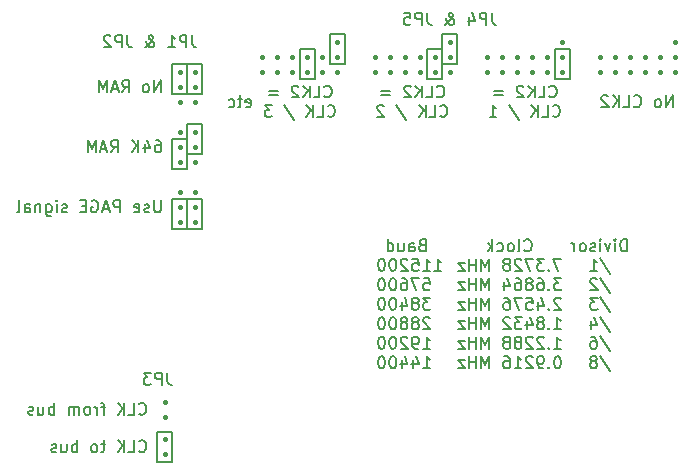
<source format=gbr>
%TF.GenerationSoftware,KiCad,Pcbnew,(5.1.6)-1*%
%TF.CreationDate,2020-11-25T01:46:52-08:00*%
%TF.ProjectId,rc-z80ram,72632d7a-3830-4726-916d-2e6b69636164,rev?*%
%TF.SameCoordinates,PX9157080PY9071968*%
%TF.FileFunction,Legend,Bot*%
%TF.FilePolarity,Positive*%
%FSLAX46Y46*%
G04 Gerber Fmt 4.6, Leading zero omitted, Abs format (unit mm)*
G04 Created by KiCad (PCBNEW (5.1.6)-1) date 2020-11-25 01:46:52*
%MOMM*%
%LPD*%
G01*
G04 APERTURE LIST*
%ADD10C,0.150000*%
%ADD11C,0.381000*%
G04 APERTURE END LIST*
D10*
X20843809Y34850439D02*
X20939047Y34802820D01*
X21129523Y34802820D01*
X21224761Y34850439D01*
X21272380Y34945677D01*
X21272380Y35326629D01*
X21224761Y35421867D01*
X21129523Y35469486D01*
X20939047Y35469486D01*
X20843809Y35421867D01*
X20796190Y35326629D01*
X20796190Y35231391D01*
X21272380Y35136153D01*
X20510476Y35469486D02*
X20129523Y35469486D01*
X20367619Y35802820D02*
X20367619Y34945677D01*
X20320000Y34850439D01*
X20224761Y34802820D01*
X20129523Y34802820D01*
X19367619Y34850439D02*
X19462857Y34802820D01*
X19653333Y34802820D01*
X19748571Y34850439D01*
X19796190Y34898058D01*
X19843809Y34993296D01*
X19843809Y35279010D01*
X19796190Y35374248D01*
X19748571Y35421867D01*
X19653333Y35469486D01*
X19462857Y35469486D01*
X19367619Y35421867D01*
X14168333Y12307820D02*
X14168333Y11593534D01*
X14215952Y11450677D01*
X14311190Y11355439D01*
X14454047Y11307820D01*
X14549285Y11307820D01*
X13692142Y11307820D02*
X13692142Y12307820D01*
X13311190Y12307820D01*
X13215952Y12260200D01*
X13168333Y12212581D01*
X13120714Y12117343D01*
X13120714Y11974486D01*
X13168333Y11879248D01*
X13215952Y11831629D01*
X13311190Y11784010D01*
X13692142Y11784010D01*
X12787380Y12307820D02*
X12168333Y12307820D01*
X12501666Y11926867D01*
X12358809Y11926867D01*
X12263571Y11879248D01*
X12215952Y11831629D01*
X12168333Y11736391D01*
X12168333Y11498296D01*
X12215952Y11403058D01*
X12263571Y11355439D01*
X12358809Y11307820D01*
X12644523Y11307820D01*
X12739761Y11355439D01*
X12787380Y11403058D01*
X11792976Y5688058D02*
X11840595Y5640439D01*
X11983452Y5592820D01*
X12078690Y5592820D01*
X12221547Y5640439D01*
X12316785Y5735677D01*
X12364404Y5830915D01*
X12412023Y6021391D01*
X12412023Y6164248D01*
X12364404Y6354724D01*
X12316785Y6449962D01*
X12221547Y6545200D01*
X12078690Y6592820D01*
X11983452Y6592820D01*
X11840595Y6545200D01*
X11792976Y6497581D01*
X10888214Y5592820D02*
X11364404Y5592820D01*
X11364404Y6592820D01*
X10554880Y5592820D02*
X10554880Y6592820D01*
X9983452Y5592820D02*
X10412023Y6164248D01*
X9983452Y6592820D02*
X10554880Y6021391D01*
X8935833Y6259486D02*
X8554880Y6259486D01*
X8792976Y6592820D02*
X8792976Y5735677D01*
X8745357Y5640439D01*
X8650119Y5592820D01*
X8554880Y5592820D01*
X8078690Y5592820D02*
X8173928Y5640439D01*
X8221547Y5688058D01*
X8269166Y5783296D01*
X8269166Y6069010D01*
X8221547Y6164248D01*
X8173928Y6211867D01*
X8078690Y6259486D01*
X7935833Y6259486D01*
X7840595Y6211867D01*
X7792976Y6164248D01*
X7745357Y6069010D01*
X7745357Y5783296D01*
X7792976Y5688058D01*
X7840595Y5640439D01*
X7935833Y5592820D01*
X8078690Y5592820D01*
X6554880Y5592820D02*
X6554880Y6592820D01*
X6554880Y6211867D02*
X6459642Y6259486D01*
X6269166Y6259486D01*
X6173928Y6211867D01*
X6126309Y6164248D01*
X6078690Y6069010D01*
X6078690Y5783296D01*
X6126309Y5688058D01*
X6173928Y5640439D01*
X6269166Y5592820D01*
X6459642Y5592820D01*
X6554880Y5640439D01*
X5221547Y6259486D02*
X5221547Y5592820D01*
X5650119Y6259486D02*
X5650119Y5735677D01*
X5602500Y5640439D01*
X5507261Y5592820D01*
X5364404Y5592820D01*
X5269166Y5640439D01*
X5221547Y5688058D01*
X4792976Y5640439D02*
X4697738Y5592820D01*
X4507261Y5592820D01*
X4412023Y5640439D01*
X4364404Y5735677D01*
X4364404Y5783296D01*
X4412023Y5878534D01*
X4507261Y5926153D01*
X4650119Y5926153D01*
X4745357Y5973772D01*
X4792976Y6069010D01*
X4792976Y6116629D01*
X4745357Y6211867D01*
X4650119Y6259486D01*
X4507261Y6259486D01*
X4412023Y6211867D01*
X11792976Y8863058D02*
X11840595Y8815439D01*
X11983452Y8767820D01*
X12078690Y8767820D01*
X12221547Y8815439D01*
X12316785Y8910677D01*
X12364404Y9005915D01*
X12412023Y9196391D01*
X12412023Y9339248D01*
X12364404Y9529724D01*
X12316785Y9624962D01*
X12221547Y9720200D01*
X12078690Y9767820D01*
X11983452Y9767820D01*
X11840595Y9720200D01*
X11792976Y9672581D01*
X10888214Y8767820D02*
X11364404Y8767820D01*
X11364404Y9767820D01*
X10554880Y8767820D02*
X10554880Y9767820D01*
X9983452Y8767820D02*
X10412023Y9339248D01*
X9983452Y9767820D02*
X10554880Y9196391D01*
X8935833Y9434486D02*
X8554880Y9434486D01*
X8792976Y8767820D02*
X8792976Y9624962D01*
X8745357Y9720200D01*
X8650119Y9767820D01*
X8554880Y9767820D01*
X8221547Y8767820D02*
X8221547Y9434486D01*
X8221547Y9244010D02*
X8173928Y9339248D01*
X8126309Y9386867D01*
X8031071Y9434486D01*
X7935833Y9434486D01*
X7459642Y8767820D02*
X7554880Y8815439D01*
X7602500Y8863058D01*
X7650119Y8958296D01*
X7650119Y9244010D01*
X7602500Y9339248D01*
X7554880Y9386867D01*
X7459642Y9434486D01*
X7316785Y9434486D01*
X7221547Y9386867D01*
X7173928Y9339248D01*
X7126309Y9244010D01*
X7126309Y8958296D01*
X7173928Y8863058D01*
X7221547Y8815439D01*
X7316785Y8767820D01*
X7459642Y8767820D01*
X6697738Y8767820D02*
X6697738Y9434486D01*
X6697738Y9339248D02*
X6650119Y9386867D01*
X6554880Y9434486D01*
X6412023Y9434486D01*
X6316785Y9386867D01*
X6269166Y9291629D01*
X6269166Y8767820D01*
X6269166Y9291629D02*
X6221547Y9386867D01*
X6126309Y9434486D01*
X5983452Y9434486D01*
X5888214Y9386867D01*
X5840595Y9291629D01*
X5840595Y8767820D01*
X4602500Y8767820D02*
X4602500Y9767820D01*
X4602500Y9386867D02*
X4507261Y9434486D01*
X4316785Y9434486D01*
X4221547Y9386867D01*
X4173928Y9339248D01*
X4126309Y9244010D01*
X4126309Y8958296D01*
X4173928Y8863058D01*
X4221547Y8815439D01*
X4316785Y8767820D01*
X4507261Y8767820D01*
X4602500Y8815439D01*
X3269166Y9434486D02*
X3269166Y8767820D01*
X3697738Y9434486D02*
X3697738Y8910677D01*
X3650119Y8815439D01*
X3554880Y8767820D01*
X3412023Y8767820D01*
X3316785Y8815439D01*
X3269166Y8863058D01*
X2840595Y8815439D02*
X2745357Y8767820D01*
X2554880Y8767820D01*
X2459642Y8815439D01*
X2412023Y8910677D01*
X2412023Y8958296D01*
X2459642Y9053534D01*
X2554880Y9101153D01*
X2697738Y9101153D01*
X2792976Y9148772D01*
X2840595Y9244010D01*
X2840595Y9291629D01*
X2792976Y9386867D01*
X2697738Y9434486D01*
X2554880Y9434486D01*
X2459642Y9386867D01*
X27471428Y35723058D02*
X27519047Y35675439D01*
X27661904Y35627820D01*
X27757142Y35627820D01*
X27900000Y35675439D01*
X27995238Y35770677D01*
X28042857Y35865915D01*
X28090476Y36056391D01*
X28090476Y36199248D01*
X28042857Y36389724D01*
X27995238Y36484962D01*
X27900000Y36580200D01*
X27757142Y36627820D01*
X27661904Y36627820D01*
X27519047Y36580200D01*
X27471428Y36532581D01*
X26566666Y35627820D02*
X27042857Y35627820D01*
X27042857Y36627820D01*
X26233333Y35627820D02*
X26233333Y36627820D01*
X25661904Y35627820D02*
X26090476Y36199248D01*
X25661904Y36627820D02*
X26233333Y36056391D01*
X25280952Y36532581D02*
X25233333Y36580200D01*
X25138095Y36627820D01*
X24900000Y36627820D01*
X24804761Y36580200D01*
X24757142Y36532581D01*
X24709523Y36437343D01*
X24709523Y36342105D01*
X24757142Y36199248D01*
X25328571Y35627820D01*
X24709523Y35627820D01*
X23519047Y36151629D02*
X22757142Y36151629D01*
X22757142Y35865915D02*
X23519047Y35865915D01*
X27757142Y34073058D02*
X27804761Y34025439D01*
X27947619Y33977820D01*
X28042857Y33977820D01*
X28185714Y34025439D01*
X28280952Y34120677D01*
X28328571Y34215915D01*
X28376190Y34406391D01*
X28376190Y34549248D01*
X28328571Y34739724D01*
X28280952Y34834962D01*
X28185714Y34930200D01*
X28042857Y34977820D01*
X27947619Y34977820D01*
X27804761Y34930200D01*
X27757142Y34882581D01*
X26852380Y33977820D02*
X27328571Y33977820D01*
X27328571Y34977820D01*
X26519047Y33977820D02*
X26519047Y34977820D01*
X25947619Y33977820D02*
X26376190Y34549248D01*
X25947619Y34977820D02*
X26519047Y34406391D01*
X24042857Y35025439D02*
X24900000Y33739724D01*
X23042857Y34977820D02*
X22423809Y34977820D01*
X22757142Y34596867D01*
X22614285Y34596867D01*
X22519047Y34549248D01*
X22471428Y34501629D01*
X22423809Y34406391D01*
X22423809Y34168296D01*
X22471428Y34073058D01*
X22519047Y34025439D01*
X22614285Y33977820D01*
X22900000Y33977820D01*
X22995238Y34025439D01*
X23042857Y34073058D01*
X25400000Y39700200D02*
X26670000Y39700200D01*
X26670000Y37160200D02*
X25400000Y37160200D01*
X26670000Y39700200D02*
X26670000Y37160200D01*
X25400000Y37160200D02*
X25400000Y39700200D01*
X13335000Y7315200D02*
X14605000Y7315200D01*
X14605000Y4775200D02*
X13335000Y4775200D01*
D11*
X13970000Y9855073D02*
X13970000Y9854819D01*
D10*
X14605000Y7315200D02*
X14605000Y4775200D01*
X13335000Y4775200D02*
X13335000Y7315200D01*
D11*
X13970000Y8585454D02*
X13970000Y8585200D01*
X13970000Y6680454D02*
X13970000Y6680200D01*
X13970000Y5410073D02*
X13970000Y5409819D01*
D10*
X36996428Y35723058D02*
X37044047Y35675439D01*
X37186904Y35627820D01*
X37282142Y35627820D01*
X37425000Y35675439D01*
X37520238Y35770677D01*
X37567857Y35865915D01*
X37615476Y36056391D01*
X37615476Y36199248D01*
X37567857Y36389724D01*
X37520238Y36484962D01*
X37425000Y36580200D01*
X37282142Y36627820D01*
X37186904Y36627820D01*
X37044047Y36580200D01*
X36996428Y36532581D01*
X36091666Y35627820D02*
X36567857Y35627820D01*
X36567857Y36627820D01*
X35758333Y35627820D02*
X35758333Y36627820D01*
X35186904Y35627820D02*
X35615476Y36199248D01*
X35186904Y36627820D02*
X35758333Y36056391D01*
X34805952Y36532581D02*
X34758333Y36580200D01*
X34663095Y36627820D01*
X34425000Y36627820D01*
X34329761Y36580200D01*
X34282142Y36532581D01*
X34234523Y36437343D01*
X34234523Y36342105D01*
X34282142Y36199248D01*
X34853571Y35627820D01*
X34234523Y35627820D01*
X33044047Y36151629D02*
X32282142Y36151629D01*
X32282142Y35865915D02*
X33044047Y35865915D01*
X37282142Y34073058D02*
X37329761Y34025439D01*
X37472619Y33977820D01*
X37567857Y33977820D01*
X37710714Y34025439D01*
X37805952Y34120677D01*
X37853571Y34215915D01*
X37901190Y34406391D01*
X37901190Y34549248D01*
X37853571Y34739724D01*
X37805952Y34834962D01*
X37710714Y34930200D01*
X37567857Y34977820D01*
X37472619Y34977820D01*
X37329761Y34930200D01*
X37282142Y34882581D01*
X36377380Y33977820D02*
X36853571Y33977820D01*
X36853571Y34977820D01*
X36044047Y33977820D02*
X36044047Y34977820D01*
X35472619Y33977820D02*
X35901190Y34549248D01*
X35472619Y34977820D02*
X36044047Y34406391D01*
X33567857Y35025439D02*
X34425000Y33739724D01*
X32520238Y34882581D02*
X32472619Y34930200D01*
X32377380Y34977820D01*
X32139285Y34977820D01*
X32044047Y34930200D01*
X31996428Y34882581D01*
X31948809Y34787343D01*
X31948809Y34692105D01*
X31996428Y34549248D01*
X32567857Y33977820D01*
X31948809Y33977820D01*
X46521428Y35723058D02*
X46569047Y35675439D01*
X46711904Y35627820D01*
X46807142Y35627820D01*
X46950000Y35675439D01*
X47045238Y35770677D01*
X47092857Y35865915D01*
X47140476Y36056391D01*
X47140476Y36199248D01*
X47092857Y36389724D01*
X47045238Y36484962D01*
X46950000Y36580200D01*
X46807142Y36627820D01*
X46711904Y36627820D01*
X46569047Y36580200D01*
X46521428Y36532581D01*
X45616666Y35627820D02*
X46092857Y35627820D01*
X46092857Y36627820D01*
X45283333Y35627820D02*
X45283333Y36627820D01*
X44711904Y35627820D02*
X45140476Y36199248D01*
X44711904Y36627820D02*
X45283333Y36056391D01*
X44330952Y36532581D02*
X44283333Y36580200D01*
X44188095Y36627820D01*
X43950000Y36627820D01*
X43854761Y36580200D01*
X43807142Y36532581D01*
X43759523Y36437343D01*
X43759523Y36342105D01*
X43807142Y36199248D01*
X44378571Y35627820D01*
X43759523Y35627820D01*
X42569047Y36151629D02*
X41807142Y36151629D01*
X41807142Y35865915D02*
X42569047Y35865915D01*
X46807142Y34073058D02*
X46854761Y34025439D01*
X46997619Y33977820D01*
X47092857Y33977820D01*
X47235714Y34025439D01*
X47330952Y34120677D01*
X47378571Y34215915D01*
X47426190Y34406391D01*
X47426190Y34549248D01*
X47378571Y34739724D01*
X47330952Y34834962D01*
X47235714Y34930200D01*
X47092857Y34977820D01*
X46997619Y34977820D01*
X46854761Y34930200D01*
X46807142Y34882581D01*
X45902380Y33977820D02*
X46378571Y33977820D01*
X46378571Y34977820D01*
X45569047Y33977820D02*
X45569047Y34977820D01*
X44997619Y33977820D02*
X45426190Y34549248D01*
X44997619Y34977820D02*
X45569047Y34406391D01*
X43092857Y35025439D02*
X43950000Y33739724D01*
X41473809Y33977820D02*
X42045238Y33977820D01*
X41759523Y33977820D02*
X41759523Y34977820D01*
X41854761Y34834962D01*
X41950000Y34739724D01*
X42045238Y34692105D01*
X56975000Y34802820D02*
X56975000Y35802820D01*
X56403571Y34802820D01*
X56403571Y35802820D01*
X55784523Y34802820D02*
X55879761Y34850439D01*
X55927380Y34898058D01*
X55975000Y34993296D01*
X55975000Y35279010D01*
X55927380Y35374248D01*
X55879761Y35421867D01*
X55784523Y35469486D01*
X55641666Y35469486D01*
X55546428Y35421867D01*
X55498809Y35374248D01*
X55451190Y35279010D01*
X55451190Y34993296D01*
X55498809Y34898058D01*
X55546428Y34850439D01*
X55641666Y34802820D01*
X55784523Y34802820D01*
X53689285Y34898058D02*
X53736904Y34850439D01*
X53879761Y34802820D01*
X53975000Y34802820D01*
X54117857Y34850439D01*
X54213095Y34945677D01*
X54260714Y35040915D01*
X54308333Y35231391D01*
X54308333Y35374248D01*
X54260714Y35564724D01*
X54213095Y35659962D01*
X54117857Y35755200D01*
X53975000Y35802820D01*
X53879761Y35802820D01*
X53736904Y35755200D01*
X53689285Y35707581D01*
X52784523Y34802820D02*
X53260714Y34802820D01*
X53260714Y35802820D01*
X52451190Y34802820D02*
X52451190Y35802820D01*
X51879761Y34802820D02*
X52308333Y35374248D01*
X51879761Y35802820D02*
X52451190Y35231391D01*
X51498809Y35707581D02*
X51451190Y35755200D01*
X51355952Y35802820D01*
X51117857Y35802820D01*
X51022619Y35755200D01*
X50975000Y35707581D01*
X50927380Y35612343D01*
X50927380Y35517105D01*
X50975000Y35374248D01*
X51546428Y34802820D01*
X50927380Y34802820D01*
X41671428Y42787820D02*
X41671428Y42073534D01*
X41719047Y41930677D01*
X41814285Y41835439D01*
X41957142Y41787820D01*
X42052380Y41787820D01*
X41195238Y41787820D02*
X41195238Y42787820D01*
X40814285Y42787820D01*
X40719047Y42740200D01*
X40671428Y42692581D01*
X40623809Y42597343D01*
X40623809Y42454486D01*
X40671428Y42359248D01*
X40719047Y42311629D01*
X40814285Y42264010D01*
X41195238Y42264010D01*
X39766666Y42454486D02*
X39766666Y41787820D01*
X40004761Y42835439D02*
X40242857Y42121153D01*
X39623809Y42121153D01*
X37671428Y41787820D02*
X37719047Y41787820D01*
X37814285Y41835439D01*
X37957142Y41978296D01*
X38195238Y42264010D01*
X38290476Y42406867D01*
X38338095Y42549724D01*
X38338095Y42644962D01*
X38290476Y42740200D01*
X38195238Y42787820D01*
X38147619Y42787820D01*
X38052380Y42740200D01*
X38004761Y42644962D01*
X38004761Y42597343D01*
X38052380Y42502105D01*
X38100000Y42454486D01*
X38385714Y42264010D01*
X38433333Y42216391D01*
X38480952Y42121153D01*
X38480952Y41978296D01*
X38433333Y41883058D01*
X38385714Y41835439D01*
X38290476Y41787820D01*
X38147619Y41787820D01*
X38052380Y41835439D01*
X38004761Y41883058D01*
X37861904Y42073534D01*
X37814285Y42216391D01*
X37814285Y42311629D01*
X36195238Y42787820D02*
X36195238Y42073534D01*
X36242857Y41930677D01*
X36338095Y41835439D01*
X36480952Y41787820D01*
X36576190Y41787820D01*
X35719047Y41787820D02*
X35719047Y42787820D01*
X35338095Y42787820D01*
X35242857Y42740200D01*
X35195238Y42692581D01*
X35147619Y42597343D01*
X35147619Y42454486D01*
X35195238Y42359248D01*
X35242857Y42311629D01*
X35338095Y42264010D01*
X35719047Y42264010D01*
X34242857Y42787820D02*
X34719047Y42787820D01*
X34766666Y42311629D01*
X34719047Y42359248D01*
X34623809Y42406867D01*
X34385714Y42406867D01*
X34290476Y42359248D01*
X34242857Y42311629D01*
X34195238Y42216391D01*
X34195238Y41978296D01*
X34242857Y41883058D01*
X34290476Y41835439D01*
X34385714Y41787820D01*
X34623809Y41787820D01*
X34719047Y41835439D01*
X34766666Y41883058D01*
X36195000Y39700200D02*
X37465000Y39700200D01*
X37465000Y37160200D02*
X36195000Y37160200D01*
X37465000Y39700200D02*
X37465000Y37160200D01*
X36195000Y37160200D02*
X36195000Y39700200D01*
D11*
X27305000Y37795073D02*
X27305000Y37794819D01*
X24765000Y37795073D02*
X24765000Y37794819D01*
X24765000Y39065454D02*
X24765000Y39065200D01*
X23495000Y37795454D02*
X23495000Y37795200D01*
X22225000Y39065454D02*
X22225000Y39065200D01*
X28575000Y40335454D02*
X28575000Y40335200D01*
X27305000Y39065454D02*
X27305000Y39065200D01*
X26035000Y37795454D02*
X26035000Y37795200D01*
X28575000Y37795454D02*
X28575000Y37795200D01*
X22225000Y37795073D02*
X22225000Y37794819D01*
D10*
X27940000Y40970200D02*
X29210000Y40970200D01*
D11*
X23495000Y39065073D02*
X23495000Y39064819D01*
D10*
X29210000Y38430200D02*
X27940000Y38430200D01*
D11*
X28575000Y39065073D02*
X28575000Y39064819D01*
X26035000Y39065073D02*
X26035000Y39064819D01*
D10*
X29210000Y40970200D02*
X29210000Y38430200D01*
X27940000Y38430200D02*
X27940000Y40970200D01*
D11*
X34290000Y37795073D02*
X34290000Y37794819D01*
X34290000Y39065454D02*
X34290000Y39065200D01*
X38100000Y37795454D02*
X38100000Y37795200D01*
X33020000Y37795454D02*
X33020000Y37795200D01*
X38100000Y40335454D02*
X38100000Y40335200D01*
X31750000Y37795073D02*
X31750000Y37794819D01*
X31750000Y39065454D02*
X31750000Y39065200D01*
D10*
X38735000Y38430200D02*
X37465000Y38430200D01*
D11*
X38100000Y39065073D02*
X38100000Y39064819D01*
D10*
X37465000Y40970200D02*
X38735000Y40970200D01*
D11*
X36830000Y39065454D02*
X36830000Y39065200D01*
D10*
X38735000Y40970200D02*
X38735000Y38430200D01*
D11*
X35560000Y39065073D02*
X35560000Y39064819D01*
X33020000Y39065073D02*
X33020000Y39064819D01*
X36830000Y37795073D02*
X36830000Y37794819D01*
X35560000Y37795454D02*
X35560000Y37795200D01*
D10*
X37465000Y38430200D02*
X37465000Y40970200D01*
D11*
X41275000Y37795073D02*
X41275000Y37794819D01*
X45085000Y39065073D02*
X45085000Y39064819D01*
X41275000Y39065454D02*
X41275000Y39065200D01*
X43815000Y39065454D02*
X43815000Y39065200D01*
X42545000Y39065073D02*
X42545000Y39064819D01*
X43815000Y37795073D02*
X43815000Y37794819D01*
X42545000Y37795454D02*
X42545000Y37795200D01*
X45085000Y37795454D02*
X45085000Y37795200D01*
X47625000Y39065073D02*
X47625000Y39064819D01*
D10*
X48260000Y37160200D02*
X46990000Y37160200D01*
D11*
X47625000Y40335454D02*
X47625000Y40335200D01*
D10*
X46990000Y39700200D02*
X48260000Y39700200D01*
D11*
X47625000Y37795454D02*
X47625000Y37795200D01*
D10*
X48260000Y39700200D02*
X48260000Y37160200D01*
D11*
X46355000Y37795073D02*
X46355000Y37794819D01*
X46355000Y39065454D02*
X46355000Y39065200D01*
D10*
X46990000Y37160200D02*
X46990000Y39700200D01*
D11*
X52070000Y39065073D02*
X52070000Y39064819D01*
X50800000Y39065454D02*
X50800000Y39065200D01*
X50800000Y37795073D02*
X50800000Y37794819D01*
X52070000Y37795454D02*
X52070000Y37795200D01*
X54610000Y39065073D02*
X54610000Y39064819D01*
X54610000Y37795454D02*
X54610000Y37795200D01*
X53340000Y37795073D02*
X53340000Y37794819D01*
X53340000Y39065454D02*
X53340000Y39065200D01*
D10*
X13634404Y26912820D02*
X13634404Y26103296D01*
X13586785Y26008058D01*
X13539166Y25960439D01*
X13443928Y25912820D01*
X13253452Y25912820D01*
X13158214Y25960439D01*
X13110595Y26008058D01*
X13062976Y26103296D01*
X13062976Y26912820D01*
X12634404Y25960439D02*
X12539166Y25912820D01*
X12348690Y25912820D01*
X12253452Y25960439D01*
X12205833Y26055677D01*
X12205833Y26103296D01*
X12253452Y26198534D01*
X12348690Y26246153D01*
X12491547Y26246153D01*
X12586785Y26293772D01*
X12634404Y26389010D01*
X12634404Y26436629D01*
X12586785Y26531867D01*
X12491547Y26579486D01*
X12348690Y26579486D01*
X12253452Y26531867D01*
X11396309Y25960439D02*
X11491547Y25912820D01*
X11682023Y25912820D01*
X11777261Y25960439D01*
X11824880Y26055677D01*
X11824880Y26436629D01*
X11777261Y26531867D01*
X11682023Y26579486D01*
X11491547Y26579486D01*
X11396309Y26531867D01*
X11348690Y26436629D01*
X11348690Y26341391D01*
X11824880Y26246153D01*
X10158214Y25912820D02*
X10158214Y26912820D01*
X9777261Y26912820D01*
X9682023Y26865200D01*
X9634404Y26817581D01*
X9586785Y26722343D01*
X9586785Y26579486D01*
X9634404Y26484248D01*
X9682023Y26436629D01*
X9777261Y26389010D01*
X10158214Y26389010D01*
X9205833Y26198534D02*
X8729642Y26198534D01*
X9301071Y25912820D02*
X8967738Y26912820D01*
X8634404Y25912820D01*
X7777261Y26865200D02*
X7872500Y26912820D01*
X8015357Y26912820D01*
X8158214Y26865200D01*
X8253452Y26769962D01*
X8301071Y26674724D01*
X8348690Y26484248D01*
X8348690Y26341391D01*
X8301071Y26150915D01*
X8253452Y26055677D01*
X8158214Y25960439D01*
X8015357Y25912820D01*
X7920119Y25912820D01*
X7777261Y25960439D01*
X7729642Y26008058D01*
X7729642Y26341391D01*
X7920119Y26341391D01*
X7301071Y26436629D02*
X6967738Y26436629D01*
X6824880Y25912820D02*
X7301071Y25912820D01*
X7301071Y26912820D01*
X6824880Y26912820D01*
X5682023Y25960439D02*
X5586785Y25912820D01*
X5396309Y25912820D01*
X5301071Y25960439D01*
X5253452Y26055677D01*
X5253452Y26103296D01*
X5301071Y26198534D01*
X5396309Y26246153D01*
X5539166Y26246153D01*
X5634404Y26293772D01*
X5682023Y26389010D01*
X5682023Y26436629D01*
X5634404Y26531867D01*
X5539166Y26579486D01*
X5396309Y26579486D01*
X5301071Y26531867D01*
X4824880Y25912820D02*
X4824880Y26579486D01*
X4824880Y26912820D02*
X4872500Y26865200D01*
X4824880Y26817581D01*
X4777261Y26865200D01*
X4824880Y26912820D01*
X4824880Y26817581D01*
X3920119Y26579486D02*
X3920119Y25769962D01*
X3967738Y25674724D01*
X4015357Y25627105D01*
X4110595Y25579486D01*
X4253452Y25579486D01*
X4348690Y25627105D01*
X3920119Y25960439D02*
X4015357Y25912820D01*
X4205833Y25912820D01*
X4301071Y25960439D01*
X4348690Y26008058D01*
X4396309Y26103296D01*
X4396309Y26389010D01*
X4348690Y26484248D01*
X4301071Y26531867D01*
X4205833Y26579486D01*
X4015357Y26579486D01*
X3920119Y26531867D01*
X3443928Y26579486D02*
X3443928Y25912820D01*
X3443928Y26484248D02*
X3396309Y26531867D01*
X3301071Y26579486D01*
X3158214Y26579486D01*
X3062976Y26531867D01*
X3015357Y26436629D01*
X3015357Y25912820D01*
X2110595Y25912820D02*
X2110595Y26436629D01*
X2158214Y26531867D01*
X2253452Y26579486D01*
X2443928Y26579486D01*
X2539166Y26531867D01*
X2110595Y25960439D02*
X2205833Y25912820D01*
X2443928Y25912820D01*
X2539166Y25960439D01*
X2586785Y26055677D01*
X2586785Y26150915D01*
X2539166Y26246153D01*
X2443928Y26293772D01*
X2205833Y26293772D01*
X2110595Y26341391D01*
X1491547Y25912820D02*
X1586785Y25960439D01*
X1634404Y26055677D01*
X1634404Y26912820D01*
X13205833Y31992820D02*
X13396309Y31992820D01*
X13491547Y31945200D01*
X13539166Y31897581D01*
X13634404Y31754724D01*
X13682023Y31564248D01*
X13682023Y31183296D01*
X13634404Y31088058D01*
X13586785Y31040439D01*
X13491547Y30992820D01*
X13301071Y30992820D01*
X13205833Y31040439D01*
X13158214Y31088058D01*
X13110595Y31183296D01*
X13110595Y31421391D01*
X13158214Y31516629D01*
X13205833Y31564248D01*
X13301071Y31611867D01*
X13491547Y31611867D01*
X13586785Y31564248D01*
X13634404Y31516629D01*
X13682023Y31421391D01*
X12253452Y31659486D02*
X12253452Y30992820D01*
X12491547Y32040439D02*
X12729642Y31326153D01*
X12110595Y31326153D01*
X11729642Y30992820D02*
X11729642Y31992820D01*
X11158214Y30992820D02*
X11586785Y31564248D01*
X11158214Y31992820D02*
X11729642Y31421391D01*
X9396309Y30992820D02*
X9729642Y31469010D01*
X9967738Y30992820D02*
X9967738Y31992820D01*
X9586785Y31992820D01*
X9491547Y31945200D01*
X9443928Y31897581D01*
X9396309Y31802343D01*
X9396309Y31659486D01*
X9443928Y31564248D01*
X9491547Y31516629D01*
X9586785Y31469010D01*
X9967738Y31469010D01*
X9015357Y31278534D02*
X8539166Y31278534D01*
X9110595Y30992820D02*
X8777261Y31992820D01*
X8443928Y30992820D01*
X8110595Y30992820D02*
X8110595Y31992820D01*
X7777261Y31278534D01*
X7443928Y31992820D01*
X7443928Y30992820D01*
X13634404Y36072820D02*
X13634404Y37072820D01*
X13062976Y36072820D01*
X13062976Y37072820D01*
X12443928Y36072820D02*
X12539166Y36120439D01*
X12586785Y36168058D01*
X12634404Y36263296D01*
X12634404Y36549010D01*
X12586785Y36644248D01*
X12539166Y36691867D01*
X12443928Y36739486D01*
X12301071Y36739486D01*
X12205833Y36691867D01*
X12158214Y36644248D01*
X12110595Y36549010D01*
X12110595Y36263296D01*
X12158214Y36168058D01*
X12205833Y36120439D01*
X12301071Y36072820D01*
X12443928Y36072820D01*
X10348690Y36072820D02*
X10682023Y36549010D01*
X10920119Y36072820D02*
X10920119Y37072820D01*
X10539166Y37072820D01*
X10443928Y37025200D01*
X10396309Y36977581D01*
X10348690Y36882343D01*
X10348690Y36739486D01*
X10396309Y36644248D01*
X10443928Y36596629D01*
X10539166Y36549010D01*
X10920119Y36549010D01*
X9967738Y36358534D02*
X9491547Y36358534D01*
X10062976Y36072820D02*
X9729642Y37072820D01*
X9396309Y36072820D01*
X9062976Y36072820D02*
X9062976Y37072820D01*
X8729642Y36358534D01*
X8396309Y37072820D01*
X8396309Y36072820D01*
X16271428Y40882820D02*
X16271428Y40168534D01*
X16319047Y40025677D01*
X16414285Y39930439D01*
X16557142Y39882820D01*
X16652380Y39882820D01*
X15795238Y39882820D02*
X15795238Y40882820D01*
X15414285Y40882820D01*
X15319047Y40835200D01*
X15271428Y40787581D01*
X15223809Y40692343D01*
X15223809Y40549486D01*
X15271428Y40454248D01*
X15319047Y40406629D01*
X15414285Y40359010D01*
X15795238Y40359010D01*
X14271428Y39882820D02*
X14842857Y39882820D01*
X14557142Y39882820D02*
X14557142Y40882820D01*
X14652380Y40739962D01*
X14747619Y40644724D01*
X14842857Y40597105D01*
X12271428Y39882820D02*
X12319047Y39882820D01*
X12414285Y39930439D01*
X12557142Y40073296D01*
X12795238Y40359010D01*
X12890476Y40501867D01*
X12938095Y40644724D01*
X12938095Y40739962D01*
X12890476Y40835200D01*
X12795238Y40882820D01*
X12747619Y40882820D01*
X12652380Y40835200D01*
X12604761Y40739962D01*
X12604761Y40692343D01*
X12652380Y40597105D01*
X12700000Y40549486D01*
X12985714Y40359010D01*
X13033333Y40311391D01*
X13080952Y40216153D01*
X13080952Y40073296D01*
X13033333Y39978058D01*
X12985714Y39930439D01*
X12890476Y39882820D01*
X12747619Y39882820D01*
X12652380Y39930439D01*
X12604761Y39978058D01*
X12461904Y40168534D01*
X12414285Y40311391D01*
X12414285Y40406629D01*
X10795238Y40882820D02*
X10795238Y40168534D01*
X10842857Y40025677D01*
X10938095Y39930439D01*
X11080952Y39882820D01*
X11176190Y39882820D01*
X10319047Y39882820D02*
X10319047Y40882820D01*
X9938095Y40882820D01*
X9842857Y40835200D01*
X9795238Y40787581D01*
X9747619Y40692343D01*
X9747619Y40549486D01*
X9795238Y40454248D01*
X9842857Y40406629D01*
X9938095Y40359010D01*
X10319047Y40359010D01*
X9366666Y40787581D02*
X9319047Y40835200D01*
X9223809Y40882820D01*
X8985714Y40882820D01*
X8890476Y40835200D01*
X8842857Y40787581D01*
X8795238Y40692343D01*
X8795238Y40597105D01*
X8842857Y40454248D01*
X9414285Y39882820D01*
X8795238Y39882820D01*
X17145000Y27000200D02*
X17145000Y24460200D01*
X17145000Y24460200D02*
X15875000Y24460200D01*
X15875000Y27000200D02*
X17145000Y27000200D01*
X15875000Y24460200D02*
X15875000Y27000200D01*
D11*
X16510000Y26365073D02*
X16510000Y26364819D01*
D10*
X15875000Y24460200D02*
X14605000Y24460200D01*
D11*
X16510000Y27635454D02*
X16510000Y27635200D01*
D10*
X14605000Y27000200D02*
X15875000Y27000200D01*
D11*
X15240000Y27635200D02*
X15240000Y27634946D01*
X16510000Y25095454D02*
X16510000Y25095200D01*
D10*
X15875000Y27000200D02*
X15875000Y24460200D01*
D11*
X15240000Y25095073D02*
X15240000Y25094819D01*
X15240000Y26365454D02*
X15240000Y26365200D01*
D10*
X14605000Y24460200D02*
X14605000Y27000200D01*
X17145000Y38430200D02*
X17145000Y35890200D01*
X17145000Y35890200D02*
X15875000Y35890200D01*
X15875000Y35890200D02*
X15875000Y38430200D01*
X15875000Y38430200D02*
X17145000Y38430200D01*
D11*
X16510000Y36525073D02*
X16510000Y36524819D01*
D10*
X15875000Y35890200D02*
X14605000Y35890200D01*
D11*
X16510000Y37795454D02*
X16510000Y37795200D01*
D10*
X14605000Y38430200D02*
X15875000Y38430200D01*
D11*
X15240000Y37795200D02*
X15240000Y37794946D01*
X16510000Y35255454D02*
X16510000Y35255200D01*
D10*
X15875000Y38430200D02*
X15875000Y35890200D01*
D11*
X15240000Y35255073D02*
X15240000Y35254819D01*
X15240000Y36525454D02*
X15240000Y36525200D01*
D10*
X14605000Y35890200D02*
X14605000Y38430200D01*
X15875000Y32080200D02*
X15875000Y29540200D01*
X15875000Y29540200D02*
X14605000Y29540200D01*
X14605000Y29540200D02*
X14605000Y32080200D01*
X14605000Y32080200D02*
X15875000Y32080200D01*
D11*
X16510000Y31445073D02*
X16510000Y31444819D01*
D10*
X17145000Y30810200D02*
X15875000Y30810200D01*
D11*
X16510000Y32715454D02*
X16510000Y32715200D01*
D10*
X15875000Y33350200D02*
X17145000Y33350200D01*
D11*
X15240000Y32715200D02*
X15240000Y32714946D01*
X16510000Y30175454D02*
X16510000Y30175200D01*
D10*
X17145000Y33350200D02*
X17145000Y30810200D01*
D11*
X15240000Y30175073D02*
X15240000Y30174819D01*
X15240000Y31445454D02*
X15240000Y31445200D01*
D10*
X15875000Y30810200D02*
X15875000Y33350200D01*
D11*
X55880000Y37795073D02*
X55880000Y37794819D01*
X57150000Y37795454D02*
X57150000Y37795200D01*
X57150000Y40335454D02*
X57150000Y40335200D01*
X57150000Y39065073D02*
X57150000Y39064819D01*
X55880000Y39065454D02*
X55880000Y39065200D01*
D10*
X35752261Y23131629D02*
X35609404Y23084010D01*
X35561785Y23036391D01*
X35514166Y22941153D01*
X35514166Y22798296D01*
X35561785Y22703058D01*
X35609404Y22655439D01*
X35704642Y22607820D01*
X36085595Y22607820D01*
X36085595Y23607820D01*
X35752261Y23607820D01*
X35657023Y23560200D01*
X35609404Y23512581D01*
X35561785Y23417343D01*
X35561785Y23322105D01*
X35609404Y23226867D01*
X35657023Y23179248D01*
X35752261Y23131629D01*
X36085595Y23131629D01*
X34657023Y22607820D02*
X34657023Y23131629D01*
X34704642Y23226867D01*
X34799880Y23274486D01*
X34990357Y23274486D01*
X35085595Y23226867D01*
X34657023Y22655439D02*
X34752261Y22607820D01*
X34990357Y22607820D01*
X35085595Y22655439D01*
X35133214Y22750677D01*
X35133214Y22845915D01*
X35085595Y22941153D01*
X34990357Y22988772D01*
X34752261Y22988772D01*
X34657023Y23036391D01*
X33752261Y23274486D02*
X33752261Y22607820D01*
X34180833Y23274486D02*
X34180833Y22750677D01*
X34133214Y22655439D01*
X34037976Y22607820D01*
X33895119Y22607820D01*
X33799880Y22655439D01*
X33752261Y22703058D01*
X32847500Y22607820D02*
X32847500Y23607820D01*
X32847500Y22655439D02*
X32942738Y22607820D01*
X33133214Y22607820D01*
X33228452Y22655439D01*
X33276071Y22703058D01*
X33323690Y22798296D01*
X33323690Y23084010D01*
X33276071Y23179248D01*
X33228452Y23226867D01*
X33133214Y23274486D01*
X32942738Y23274486D01*
X32847500Y23226867D01*
X36799880Y20957820D02*
X37371309Y20957820D01*
X37085595Y20957820D02*
X37085595Y21957820D01*
X37180833Y21814962D01*
X37276071Y21719724D01*
X37371309Y21672105D01*
X35847500Y20957820D02*
X36418928Y20957820D01*
X36133214Y20957820D02*
X36133214Y21957820D01*
X36228452Y21814962D01*
X36323690Y21719724D01*
X36418928Y21672105D01*
X34942738Y21957820D02*
X35418928Y21957820D01*
X35466547Y21481629D01*
X35418928Y21529248D01*
X35323690Y21576867D01*
X35085595Y21576867D01*
X34990357Y21529248D01*
X34942738Y21481629D01*
X34895119Y21386391D01*
X34895119Y21148296D01*
X34942738Y21053058D01*
X34990357Y21005439D01*
X35085595Y20957820D01*
X35323690Y20957820D01*
X35418928Y21005439D01*
X35466547Y21053058D01*
X34514166Y21862581D02*
X34466547Y21910200D01*
X34371309Y21957820D01*
X34133214Y21957820D01*
X34037976Y21910200D01*
X33990357Y21862581D01*
X33942738Y21767343D01*
X33942738Y21672105D01*
X33990357Y21529248D01*
X34561785Y20957820D01*
X33942738Y20957820D01*
X33323690Y21957820D02*
X33228452Y21957820D01*
X33133214Y21910200D01*
X33085595Y21862581D01*
X33037976Y21767343D01*
X32990357Y21576867D01*
X32990357Y21338772D01*
X33037976Y21148296D01*
X33085595Y21053058D01*
X33133214Y21005439D01*
X33228452Y20957820D01*
X33323690Y20957820D01*
X33418928Y21005439D01*
X33466547Y21053058D01*
X33514166Y21148296D01*
X33561785Y21338772D01*
X33561785Y21576867D01*
X33514166Y21767343D01*
X33466547Y21862581D01*
X33418928Y21910200D01*
X33323690Y21957820D01*
X32371309Y21957820D02*
X32276071Y21957820D01*
X32180833Y21910200D01*
X32133214Y21862581D01*
X32085595Y21767343D01*
X32037976Y21576867D01*
X32037976Y21338772D01*
X32085595Y21148296D01*
X32133214Y21053058D01*
X32180833Y21005439D01*
X32276071Y20957820D01*
X32371309Y20957820D01*
X32466547Y21005439D01*
X32514166Y21053058D01*
X32561785Y21148296D01*
X32609404Y21338772D01*
X32609404Y21576867D01*
X32561785Y21767343D01*
X32514166Y21862581D01*
X32466547Y21910200D01*
X32371309Y21957820D01*
X35895119Y20307820D02*
X36371309Y20307820D01*
X36418928Y19831629D01*
X36371309Y19879248D01*
X36276071Y19926867D01*
X36037976Y19926867D01*
X35942738Y19879248D01*
X35895119Y19831629D01*
X35847500Y19736391D01*
X35847500Y19498296D01*
X35895119Y19403058D01*
X35942738Y19355439D01*
X36037976Y19307820D01*
X36276071Y19307820D01*
X36371309Y19355439D01*
X36418928Y19403058D01*
X35514166Y20307820D02*
X34847500Y20307820D01*
X35276071Y19307820D01*
X34037976Y20307820D02*
X34228452Y20307820D01*
X34323690Y20260200D01*
X34371309Y20212581D01*
X34466547Y20069724D01*
X34514166Y19879248D01*
X34514166Y19498296D01*
X34466547Y19403058D01*
X34418928Y19355439D01*
X34323690Y19307820D01*
X34133214Y19307820D01*
X34037976Y19355439D01*
X33990357Y19403058D01*
X33942738Y19498296D01*
X33942738Y19736391D01*
X33990357Y19831629D01*
X34037976Y19879248D01*
X34133214Y19926867D01*
X34323690Y19926867D01*
X34418928Y19879248D01*
X34466547Y19831629D01*
X34514166Y19736391D01*
X33323690Y20307820D02*
X33228452Y20307820D01*
X33133214Y20260200D01*
X33085595Y20212581D01*
X33037976Y20117343D01*
X32990357Y19926867D01*
X32990357Y19688772D01*
X33037976Y19498296D01*
X33085595Y19403058D01*
X33133214Y19355439D01*
X33228452Y19307820D01*
X33323690Y19307820D01*
X33418928Y19355439D01*
X33466547Y19403058D01*
X33514166Y19498296D01*
X33561785Y19688772D01*
X33561785Y19926867D01*
X33514166Y20117343D01*
X33466547Y20212581D01*
X33418928Y20260200D01*
X33323690Y20307820D01*
X32371309Y20307820D02*
X32276071Y20307820D01*
X32180833Y20260200D01*
X32133214Y20212581D01*
X32085595Y20117343D01*
X32037976Y19926867D01*
X32037976Y19688772D01*
X32085595Y19498296D01*
X32133214Y19403058D01*
X32180833Y19355439D01*
X32276071Y19307820D01*
X32371309Y19307820D01*
X32466547Y19355439D01*
X32514166Y19403058D01*
X32561785Y19498296D01*
X32609404Y19688772D01*
X32609404Y19926867D01*
X32561785Y20117343D01*
X32514166Y20212581D01*
X32466547Y20260200D01*
X32371309Y20307820D01*
X36466547Y18657820D02*
X35847500Y18657820D01*
X36180833Y18276867D01*
X36037976Y18276867D01*
X35942738Y18229248D01*
X35895119Y18181629D01*
X35847500Y18086391D01*
X35847500Y17848296D01*
X35895119Y17753058D01*
X35942738Y17705439D01*
X36037976Y17657820D01*
X36323690Y17657820D01*
X36418928Y17705439D01*
X36466547Y17753058D01*
X35276071Y18229248D02*
X35371309Y18276867D01*
X35418928Y18324486D01*
X35466547Y18419724D01*
X35466547Y18467343D01*
X35418928Y18562581D01*
X35371309Y18610200D01*
X35276071Y18657820D01*
X35085595Y18657820D01*
X34990357Y18610200D01*
X34942738Y18562581D01*
X34895119Y18467343D01*
X34895119Y18419724D01*
X34942738Y18324486D01*
X34990357Y18276867D01*
X35085595Y18229248D01*
X35276071Y18229248D01*
X35371309Y18181629D01*
X35418928Y18134010D01*
X35466547Y18038772D01*
X35466547Y17848296D01*
X35418928Y17753058D01*
X35371309Y17705439D01*
X35276071Y17657820D01*
X35085595Y17657820D01*
X34990357Y17705439D01*
X34942738Y17753058D01*
X34895119Y17848296D01*
X34895119Y18038772D01*
X34942738Y18134010D01*
X34990357Y18181629D01*
X35085595Y18229248D01*
X34037976Y18324486D02*
X34037976Y17657820D01*
X34276071Y18705439D02*
X34514166Y17991153D01*
X33895119Y17991153D01*
X33323690Y18657820D02*
X33228452Y18657820D01*
X33133214Y18610200D01*
X33085595Y18562581D01*
X33037976Y18467343D01*
X32990357Y18276867D01*
X32990357Y18038772D01*
X33037976Y17848296D01*
X33085595Y17753058D01*
X33133214Y17705439D01*
X33228452Y17657820D01*
X33323690Y17657820D01*
X33418928Y17705439D01*
X33466547Y17753058D01*
X33514166Y17848296D01*
X33561785Y18038772D01*
X33561785Y18276867D01*
X33514166Y18467343D01*
X33466547Y18562581D01*
X33418928Y18610200D01*
X33323690Y18657820D01*
X32371309Y18657820D02*
X32276071Y18657820D01*
X32180833Y18610200D01*
X32133214Y18562581D01*
X32085595Y18467343D01*
X32037976Y18276867D01*
X32037976Y18038772D01*
X32085595Y17848296D01*
X32133214Y17753058D01*
X32180833Y17705439D01*
X32276071Y17657820D01*
X32371309Y17657820D01*
X32466547Y17705439D01*
X32514166Y17753058D01*
X32561785Y17848296D01*
X32609404Y18038772D01*
X32609404Y18276867D01*
X32561785Y18467343D01*
X32514166Y18562581D01*
X32466547Y18610200D01*
X32371309Y18657820D01*
X36418928Y16912581D02*
X36371309Y16960200D01*
X36276071Y17007820D01*
X36037976Y17007820D01*
X35942738Y16960200D01*
X35895119Y16912581D01*
X35847500Y16817343D01*
X35847500Y16722105D01*
X35895119Y16579248D01*
X36466547Y16007820D01*
X35847500Y16007820D01*
X35276071Y16579248D02*
X35371309Y16626867D01*
X35418928Y16674486D01*
X35466547Y16769724D01*
X35466547Y16817343D01*
X35418928Y16912581D01*
X35371309Y16960200D01*
X35276071Y17007820D01*
X35085595Y17007820D01*
X34990357Y16960200D01*
X34942738Y16912581D01*
X34895119Y16817343D01*
X34895119Y16769724D01*
X34942738Y16674486D01*
X34990357Y16626867D01*
X35085595Y16579248D01*
X35276071Y16579248D01*
X35371309Y16531629D01*
X35418928Y16484010D01*
X35466547Y16388772D01*
X35466547Y16198296D01*
X35418928Y16103058D01*
X35371309Y16055439D01*
X35276071Y16007820D01*
X35085595Y16007820D01*
X34990357Y16055439D01*
X34942738Y16103058D01*
X34895119Y16198296D01*
X34895119Y16388772D01*
X34942738Y16484010D01*
X34990357Y16531629D01*
X35085595Y16579248D01*
X34323690Y16579248D02*
X34418928Y16626867D01*
X34466547Y16674486D01*
X34514166Y16769724D01*
X34514166Y16817343D01*
X34466547Y16912581D01*
X34418928Y16960200D01*
X34323690Y17007820D01*
X34133214Y17007820D01*
X34037976Y16960200D01*
X33990357Y16912581D01*
X33942738Y16817343D01*
X33942738Y16769724D01*
X33990357Y16674486D01*
X34037976Y16626867D01*
X34133214Y16579248D01*
X34323690Y16579248D01*
X34418928Y16531629D01*
X34466547Y16484010D01*
X34514166Y16388772D01*
X34514166Y16198296D01*
X34466547Y16103058D01*
X34418928Y16055439D01*
X34323690Y16007820D01*
X34133214Y16007820D01*
X34037976Y16055439D01*
X33990357Y16103058D01*
X33942738Y16198296D01*
X33942738Y16388772D01*
X33990357Y16484010D01*
X34037976Y16531629D01*
X34133214Y16579248D01*
X33323690Y17007820D02*
X33228452Y17007820D01*
X33133214Y16960200D01*
X33085595Y16912581D01*
X33037976Y16817343D01*
X32990357Y16626867D01*
X32990357Y16388772D01*
X33037976Y16198296D01*
X33085595Y16103058D01*
X33133214Y16055439D01*
X33228452Y16007820D01*
X33323690Y16007820D01*
X33418928Y16055439D01*
X33466547Y16103058D01*
X33514166Y16198296D01*
X33561785Y16388772D01*
X33561785Y16626867D01*
X33514166Y16817343D01*
X33466547Y16912581D01*
X33418928Y16960200D01*
X33323690Y17007820D01*
X32371309Y17007820D02*
X32276071Y17007820D01*
X32180833Y16960200D01*
X32133214Y16912581D01*
X32085595Y16817343D01*
X32037976Y16626867D01*
X32037976Y16388772D01*
X32085595Y16198296D01*
X32133214Y16103058D01*
X32180833Y16055439D01*
X32276071Y16007820D01*
X32371309Y16007820D01*
X32466547Y16055439D01*
X32514166Y16103058D01*
X32561785Y16198296D01*
X32609404Y16388772D01*
X32609404Y16626867D01*
X32561785Y16817343D01*
X32514166Y16912581D01*
X32466547Y16960200D01*
X32371309Y17007820D01*
X35847500Y14357820D02*
X36418928Y14357820D01*
X36133214Y14357820D02*
X36133214Y15357820D01*
X36228452Y15214962D01*
X36323690Y15119724D01*
X36418928Y15072105D01*
X35371309Y14357820D02*
X35180833Y14357820D01*
X35085595Y14405439D01*
X35037976Y14453058D01*
X34942738Y14595915D01*
X34895119Y14786391D01*
X34895119Y15167343D01*
X34942738Y15262581D01*
X34990357Y15310200D01*
X35085595Y15357820D01*
X35276071Y15357820D01*
X35371309Y15310200D01*
X35418928Y15262581D01*
X35466547Y15167343D01*
X35466547Y14929248D01*
X35418928Y14834010D01*
X35371309Y14786391D01*
X35276071Y14738772D01*
X35085595Y14738772D01*
X34990357Y14786391D01*
X34942738Y14834010D01*
X34895119Y14929248D01*
X34514166Y15262581D02*
X34466547Y15310200D01*
X34371309Y15357820D01*
X34133214Y15357820D01*
X34037976Y15310200D01*
X33990357Y15262581D01*
X33942738Y15167343D01*
X33942738Y15072105D01*
X33990357Y14929248D01*
X34561785Y14357820D01*
X33942738Y14357820D01*
X33323690Y15357820D02*
X33228452Y15357820D01*
X33133214Y15310200D01*
X33085595Y15262581D01*
X33037976Y15167343D01*
X32990357Y14976867D01*
X32990357Y14738772D01*
X33037976Y14548296D01*
X33085595Y14453058D01*
X33133214Y14405439D01*
X33228452Y14357820D01*
X33323690Y14357820D01*
X33418928Y14405439D01*
X33466547Y14453058D01*
X33514166Y14548296D01*
X33561785Y14738772D01*
X33561785Y14976867D01*
X33514166Y15167343D01*
X33466547Y15262581D01*
X33418928Y15310200D01*
X33323690Y15357820D01*
X32371309Y15357820D02*
X32276071Y15357820D01*
X32180833Y15310200D01*
X32133214Y15262581D01*
X32085595Y15167343D01*
X32037976Y14976867D01*
X32037976Y14738772D01*
X32085595Y14548296D01*
X32133214Y14453058D01*
X32180833Y14405439D01*
X32276071Y14357820D01*
X32371309Y14357820D01*
X32466547Y14405439D01*
X32514166Y14453058D01*
X32561785Y14548296D01*
X32609404Y14738772D01*
X32609404Y14976867D01*
X32561785Y15167343D01*
X32514166Y15262581D01*
X32466547Y15310200D01*
X32371309Y15357820D01*
X35847500Y12707820D02*
X36418928Y12707820D01*
X36133214Y12707820D02*
X36133214Y13707820D01*
X36228452Y13564962D01*
X36323690Y13469724D01*
X36418928Y13422105D01*
X34990357Y13374486D02*
X34990357Y12707820D01*
X35228452Y13755439D02*
X35466547Y13041153D01*
X34847500Y13041153D01*
X34037976Y13374486D02*
X34037976Y12707820D01*
X34276071Y13755439D02*
X34514166Y13041153D01*
X33895119Y13041153D01*
X33323690Y13707820D02*
X33228452Y13707820D01*
X33133214Y13660200D01*
X33085595Y13612581D01*
X33037976Y13517343D01*
X32990357Y13326867D01*
X32990357Y13088772D01*
X33037976Y12898296D01*
X33085595Y12803058D01*
X33133214Y12755439D01*
X33228452Y12707820D01*
X33323690Y12707820D01*
X33418928Y12755439D01*
X33466547Y12803058D01*
X33514166Y12898296D01*
X33561785Y13088772D01*
X33561785Y13326867D01*
X33514166Y13517343D01*
X33466547Y13612581D01*
X33418928Y13660200D01*
X33323690Y13707820D01*
X32371309Y13707820D02*
X32276071Y13707820D01*
X32180833Y13660200D01*
X32133214Y13612581D01*
X32085595Y13517343D01*
X32037976Y13326867D01*
X32037976Y13088772D01*
X32085595Y12898296D01*
X32133214Y12803058D01*
X32180833Y12755439D01*
X32276071Y12707820D01*
X32371309Y12707820D01*
X32466547Y12755439D01*
X32514166Y12803058D01*
X32561785Y12898296D01*
X32609404Y13088772D01*
X32609404Y13326867D01*
X32561785Y13517343D01*
X32514166Y13612581D01*
X32466547Y13660200D01*
X32371309Y13707820D01*
X44418095Y22703058D02*
X44465714Y22655439D01*
X44608571Y22607820D01*
X44703809Y22607820D01*
X44846666Y22655439D01*
X44941904Y22750677D01*
X44989523Y22845915D01*
X45037142Y23036391D01*
X45037142Y23179248D01*
X44989523Y23369724D01*
X44941904Y23464962D01*
X44846666Y23560200D01*
X44703809Y23607820D01*
X44608571Y23607820D01*
X44465714Y23560200D01*
X44418095Y23512581D01*
X43846666Y22607820D02*
X43941904Y22655439D01*
X43989523Y22750677D01*
X43989523Y23607820D01*
X43322857Y22607820D02*
X43418095Y22655439D01*
X43465714Y22703058D01*
X43513333Y22798296D01*
X43513333Y23084010D01*
X43465714Y23179248D01*
X43418095Y23226867D01*
X43322857Y23274486D01*
X43180000Y23274486D01*
X43084761Y23226867D01*
X43037142Y23179248D01*
X42989523Y23084010D01*
X42989523Y22798296D01*
X43037142Y22703058D01*
X43084761Y22655439D01*
X43180000Y22607820D01*
X43322857Y22607820D01*
X42132380Y22655439D02*
X42227619Y22607820D01*
X42418095Y22607820D01*
X42513333Y22655439D01*
X42560952Y22703058D01*
X42608571Y22798296D01*
X42608571Y23084010D01*
X42560952Y23179248D01*
X42513333Y23226867D01*
X42418095Y23274486D01*
X42227619Y23274486D01*
X42132380Y23226867D01*
X41703809Y22607820D02*
X41703809Y23607820D01*
X41608571Y22988772D02*
X41322857Y22607820D01*
X41322857Y23274486D02*
X41703809Y22893534D01*
X47537142Y21957820D02*
X46870476Y21957820D01*
X47299047Y20957820D01*
X46489523Y21053058D02*
X46441904Y21005439D01*
X46489523Y20957820D01*
X46537142Y21005439D01*
X46489523Y21053058D01*
X46489523Y20957820D01*
X46108571Y21957820D02*
X45489523Y21957820D01*
X45822857Y21576867D01*
X45680000Y21576867D01*
X45584761Y21529248D01*
X45537142Y21481629D01*
X45489523Y21386391D01*
X45489523Y21148296D01*
X45537142Y21053058D01*
X45584761Y21005439D01*
X45680000Y20957820D01*
X45965714Y20957820D01*
X46060952Y21005439D01*
X46108571Y21053058D01*
X45156190Y21957820D02*
X44489523Y21957820D01*
X44918095Y20957820D01*
X44156190Y21862581D02*
X44108571Y21910200D01*
X44013333Y21957820D01*
X43775238Y21957820D01*
X43680000Y21910200D01*
X43632380Y21862581D01*
X43584761Y21767343D01*
X43584761Y21672105D01*
X43632380Y21529248D01*
X44203809Y20957820D01*
X43584761Y20957820D01*
X43013333Y21529248D02*
X43108571Y21576867D01*
X43156190Y21624486D01*
X43203809Y21719724D01*
X43203809Y21767343D01*
X43156190Y21862581D01*
X43108571Y21910200D01*
X43013333Y21957820D01*
X42822857Y21957820D01*
X42727619Y21910200D01*
X42680000Y21862581D01*
X42632380Y21767343D01*
X42632380Y21719724D01*
X42680000Y21624486D01*
X42727619Y21576867D01*
X42822857Y21529248D01*
X43013333Y21529248D01*
X43108571Y21481629D01*
X43156190Y21434010D01*
X43203809Y21338772D01*
X43203809Y21148296D01*
X43156190Y21053058D01*
X43108571Y21005439D01*
X43013333Y20957820D01*
X42822857Y20957820D01*
X42727619Y21005439D01*
X42680000Y21053058D01*
X42632380Y21148296D01*
X42632380Y21338772D01*
X42680000Y21434010D01*
X42727619Y21481629D01*
X42822857Y21529248D01*
X41441904Y20957820D02*
X41441904Y21957820D01*
X41108571Y21243534D01*
X40775238Y21957820D01*
X40775238Y20957820D01*
X40299047Y20957820D02*
X40299047Y21957820D01*
X40299047Y21481629D02*
X39727619Y21481629D01*
X39727619Y20957820D02*
X39727619Y21957820D01*
X39346666Y21624486D02*
X38822857Y21624486D01*
X39346666Y20957820D01*
X38822857Y20957820D01*
X47537142Y20307820D02*
X46918095Y20307820D01*
X47251428Y19926867D01*
X47108571Y19926867D01*
X47013333Y19879248D01*
X46965714Y19831629D01*
X46918095Y19736391D01*
X46918095Y19498296D01*
X46965714Y19403058D01*
X47013333Y19355439D01*
X47108571Y19307820D01*
X47394285Y19307820D01*
X47489523Y19355439D01*
X47537142Y19403058D01*
X46489523Y19403058D02*
X46441904Y19355439D01*
X46489523Y19307820D01*
X46537142Y19355439D01*
X46489523Y19403058D01*
X46489523Y19307820D01*
X45584761Y20307820D02*
X45775238Y20307820D01*
X45870476Y20260200D01*
X45918095Y20212581D01*
X46013333Y20069724D01*
X46060952Y19879248D01*
X46060952Y19498296D01*
X46013333Y19403058D01*
X45965714Y19355439D01*
X45870476Y19307820D01*
X45680000Y19307820D01*
X45584761Y19355439D01*
X45537142Y19403058D01*
X45489523Y19498296D01*
X45489523Y19736391D01*
X45537142Y19831629D01*
X45584761Y19879248D01*
X45680000Y19926867D01*
X45870476Y19926867D01*
X45965714Y19879248D01*
X46013333Y19831629D01*
X46060952Y19736391D01*
X44918095Y19879248D02*
X45013333Y19926867D01*
X45060952Y19974486D01*
X45108571Y20069724D01*
X45108571Y20117343D01*
X45060952Y20212581D01*
X45013333Y20260200D01*
X44918095Y20307820D01*
X44727619Y20307820D01*
X44632380Y20260200D01*
X44584761Y20212581D01*
X44537142Y20117343D01*
X44537142Y20069724D01*
X44584761Y19974486D01*
X44632380Y19926867D01*
X44727619Y19879248D01*
X44918095Y19879248D01*
X45013333Y19831629D01*
X45060952Y19784010D01*
X45108571Y19688772D01*
X45108571Y19498296D01*
X45060952Y19403058D01*
X45013333Y19355439D01*
X44918095Y19307820D01*
X44727619Y19307820D01*
X44632380Y19355439D01*
X44584761Y19403058D01*
X44537142Y19498296D01*
X44537142Y19688772D01*
X44584761Y19784010D01*
X44632380Y19831629D01*
X44727619Y19879248D01*
X43680000Y20307820D02*
X43870476Y20307820D01*
X43965714Y20260200D01*
X44013333Y20212581D01*
X44108571Y20069724D01*
X44156190Y19879248D01*
X44156190Y19498296D01*
X44108571Y19403058D01*
X44060952Y19355439D01*
X43965714Y19307820D01*
X43775238Y19307820D01*
X43680000Y19355439D01*
X43632380Y19403058D01*
X43584761Y19498296D01*
X43584761Y19736391D01*
X43632380Y19831629D01*
X43680000Y19879248D01*
X43775238Y19926867D01*
X43965714Y19926867D01*
X44060952Y19879248D01*
X44108571Y19831629D01*
X44156190Y19736391D01*
X42727619Y19974486D02*
X42727619Y19307820D01*
X42965714Y20355439D02*
X43203809Y19641153D01*
X42584761Y19641153D01*
X41441904Y19307820D02*
X41441904Y20307820D01*
X41108571Y19593534D01*
X40775238Y20307820D01*
X40775238Y19307820D01*
X40299047Y19307820D02*
X40299047Y20307820D01*
X40299047Y19831629D02*
X39727619Y19831629D01*
X39727619Y19307820D02*
X39727619Y20307820D01*
X39346666Y19974486D02*
X38822857Y19974486D01*
X39346666Y19307820D01*
X38822857Y19307820D01*
X47489523Y18562581D02*
X47441904Y18610200D01*
X47346666Y18657820D01*
X47108571Y18657820D01*
X47013333Y18610200D01*
X46965714Y18562581D01*
X46918095Y18467343D01*
X46918095Y18372105D01*
X46965714Y18229248D01*
X47537142Y17657820D01*
X46918095Y17657820D01*
X46489523Y17753058D02*
X46441904Y17705439D01*
X46489523Y17657820D01*
X46537142Y17705439D01*
X46489523Y17753058D01*
X46489523Y17657820D01*
X45584761Y18324486D02*
X45584761Y17657820D01*
X45822857Y18705439D02*
X46060952Y17991153D01*
X45441904Y17991153D01*
X44584761Y18657820D02*
X45060952Y18657820D01*
X45108571Y18181629D01*
X45060952Y18229248D01*
X44965714Y18276867D01*
X44727619Y18276867D01*
X44632380Y18229248D01*
X44584761Y18181629D01*
X44537142Y18086391D01*
X44537142Y17848296D01*
X44584761Y17753058D01*
X44632380Y17705439D01*
X44727619Y17657820D01*
X44965714Y17657820D01*
X45060952Y17705439D01*
X45108571Y17753058D01*
X44203809Y18657820D02*
X43537142Y18657820D01*
X43965714Y17657820D01*
X42727619Y18657820D02*
X42918095Y18657820D01*
X43013333Y18610200D01*
X43060952Y18562581D01*
X43156190Y18419724D01*
X43203809Y18229248D01*
X43203809Y17848296D01*
X43156190Y17753058D01*
X43108571Y17705439D01*
X43013333Y17657820D01*
X42822857Y17657820D01*
X42727619Y17705439D01*
X42680000Y17753058D01*
X42632380Y17848296D01*
X42632380Y18086391D01*
X42680000Y18181629D01*
X42727619Y18229248D01*
X42822857Y18276867D01*
X43013333Y18276867D01*
X43108571Y18229248D01*
X43156190Y18181629D01*
X43203809Y18086391D01*
X41441904Y17657820D02*
X41441904Y18657820D01*
X41108571Y17943534D01*
X40775238Y18657820D01*
X40775238Y17657820D01*
X40299047Y17657820D02*
X40299047Y18657820D01*
X40299047Y18181629D02*
X39727619Y18181629D01*
X39727619Y17657820D02*
X39727619Y18657820D01*
X39346666Y18324486D02*
X38822857Y18324486D01*
X39346666Y17657820D01*
X38822857Y17657820D01*
X46918095Y16007820D02*
X47489523Y16007820D01*
X47203809Y16007820D02*
X47203809Y17007820D01*
X47299047Y16864962D01*
X47394285Y16769724D01*
X47489523Y16722105D01*
X46489523Y16103058D02*
X46441904Y16055439D01*
X46489523Y16007820D01*
X46537142Y16055439D01*
X46489523Y16103058D01*
X46489523Y16007820D01*
X45870476Y16579248D02*
X45965714Y16626867D01*
X46013333Y16674486D01*
X46060952Y16769724D01*
X46060952Y16817343D01*
X46013333Y16912581D01*
X45965714Y16960200D01*
X45870476Y17007820D01*
X45680000Y17007820D01*
X45584761Y16960200D01*
X45537142Y16912581D01*
X45489523Y16817343D01*
X45489523Y16769724D01*
X45537142Y16674486D01*
X45584761Y16626867D01*
X45680000Y16579248D01*
X45870476Y16579248D01*
X45965714Y16531629D01*
X46013333Y16484010D01*
X46060952Y16388772D01*
X46060952Y16198296D01*
X46013333Y16103058D01*
X45965714Y16055439D01*
X45870476Y16007820D01*
X45680000Y16007820D01*
X45584761Y16055439D01*
X45537142Y16103058D01*
X45489523Y16198296D01*
X45489523Y16388772D01*
X45537142Y16484010D01*
X45584761Y16531629D01*
X45680000Y16579248D01*
X44632380Y16674486D02*
X44632380Y16007820D01*
X44870476Y17055439D02*
X45108571Y16341153D01*
X44489523Y16341153D01*
X44203809Y17007820D02*
X43584761Y17007820D01*
X43918095Y16626867D01*
X43775238Y16626867D01*
X43680000Y16579248D01*
X43632380Y16531629D01*
X43584761Y16436391D01*
X43584761Y16198296D01*
X43632380Y16103058D01*
X43680000Y16055439D01*
X43775238Y16007820D01*
X44060952Y16007820D01*
X44156190Y16055439D01*
X44203809Y16103058D01*
X43203809Y16912581D02*
X43156190Y16960200D01*
X43060952Y17007820D01*
X42822857Y17007820D01*
X42727619Y16960200D01*
X42680000Y16912581D01*
X42632380Y16817343D01*
X42632380Y16722105D01*
X42680000Y16579248D01*
X43251428Y16007820D01*
X42632380Y16007820D01*
X41441904Y16007820D02*
X41441904Y17007820D01*
X41108571Y16293534D01*
X40775238Y17007820D01*
X40775238Y16007820D01*
X40299047Y16007820D02*
X40299047Y17007820D01*
X40299047Y16531629D02*
X39727619Y16531629D01*
X39727619Y16007820D02*
X39727619Y17007820D01*
X39346666Y16674486D02*
X38822857Y16674486D01*
X39346666Y16007820D01*
X38822857Y16007820D01*
X46918095Y14357820D02*
X47489523Y14357820D01*
X47203809Y14357820D02*
X47203809Y15357820D01*
X47299047Y15214962D01*
X47394285Y15119724D01*
X47489523Y15072105D01*
X46489523Y14453058D02*
X46441904Y14405439D01*
X46489523Y14357820D01*
X46537142Y14405439D01*
X46489523Y14453058D01*
X46489523Y14357820D01*
X46060952Y15262581D02*
X46013333Y15310200D01*
X45918095Y15357820D01*
X45680000Y15357820D01*
X45584761Y15310200D01*
X45537142Y15262581D01*
X45489523Y15167343D01*
X45489523Y15072105D01*
X45537142Y14929248D01*
X46108571Y14357820D01*
X45489523Y14357820D01*
X45108571Y15262581D02*
X45060952Y15310200D01*
X44965714Y15357820D01*
X44727619Y15357820D01*
X44632380Y15310200D01*
X44584761Y15262581D01*
X44537142Y15167343D01*
X44537142Y15072105D01*
X44584761Y14929248D01*
X45156190Y14357820D01*
X44537142Y14357820D01*
X43965714Y14929248D02*
X44060952Y14976867D01*
X44108571Y15024486D01*
X44156190Y15119724D01*
X44156190Y15167343D01*
X44108571Y15262581D01*
X44060952Y15310200D01*
X43965714Y15357820D01*
X43775238Y15357820D01*
X43680000Y15310200D01*
X43632380Y15262581D01*
X43584761Y15167343D01*
X43584761Y15119724D01*
X43632380Y15024486D01*
X43680000Y14976867D01*
X43775238Y14929248D01*
X43965714Y14929248D01*
X44060952Y14881629D01*
X44108571Y14834010D01*
X44156190Y14738772D01*
X44156190Y14548296D01*
X44108571Y14453058D01*
X44060952Y14405439D01*
X43965714Y14357820D01*
X43775238Y14357820D01*
X43680000Y14405439D01*
X43632380Y14453058D01*
X43584761Y14548296D01*
X43584761Y14738772D01*
X43632380Y14834010D01*
X43680000Y14881629D01*
X43775238Y14929248D01*
X43013333Y14929248D02*
X43108571Y14976867D01*
X43156190Y15024486D01*
X43203809Y15119724D01*
X43203809Y15167343D01*
X43156190Y15262581D01*
X43108571Y15310200D01*
X43013333Y15357820D01*
X42822857Y15357820D01*
X42727619Y15310200D01*
X42680000Y15262581D01*
X42632380Y15167343D01*
X42632380Y15119724D01*
X42680000Y15024486D01*
X42727619Y14976867D01*
X42822857Y14929248D01*
X43013333Y14929248D01*
X43108571Y14881629D01*
X43156190Y14834010D01*
X43203809Y14738772D01*
X43203809Y14548296D01*
X43156190Y14453058D01*
X43108571Y14405439D01*
X43013333Y14357820D01*
X42822857Y14357820D01*
X42727619Y14405439D01*
X42680000Y14453058D01*
X42632380Y14548296D01*
X42632380Y14738772D01*
X42680000Y14834010D01*
X42727619Y14881629D01*
X42822857Y14929248D01*
X41441904Y14357820D02*
X41441904Y15357820D01*
X41108571Y14643534D01*
X40775238Y15357820D01*
X40775238Y14357820D01*
X40299047Y14357820D02*
X40299047Y15357820D01*
X40299047Y14881629D02*
X39727619Y14881629D01*
X39727619Y14357820D02*
X39727619Y15357820D01*
X39346666Y15024486D02*
X38822857Y15024486D01*
X39346666Y14357820D01*
X38822857Y14357820D01*
X47251428Y13707820D02*
X47156190Y13707820D01*
X47060952Y13660200D01*
X47013333Y13612581D01*
X46965714Y13517343D01*
X46918095Y13326867D01*
X46918095Y13088772D01*
X46965714Y12898296D01*
X47013333Y12803058D01*
X47060952Y12755439D01*
X47156190Y12707820D01*
X47251428Y12707820D01*
X47346666Y12755439D01*
X47394285Y12803058D01*
X47441904Y12898296D01*
X47489523Y13088772D01*
X47489523Y13326867D01*
X47441904Y13517343D01*
X47394285Y13612581D01*
X47346666Y13660200D01*
X47251428Y13707820D01*
X46489523Y12803058D02*
X46441904Y12755439D01*
X46489523Y12707820D01*
X46537142Y12755439D01*
X46489523Y12803058D01*
X46489523Y12707820D01*
X45965714Y12707820D02*
X45775238Y12707820D01*
X45680000Y12755439D01*
X45632380Y12803058D01*
X45537142Y12945915D01*
X45489523Y13136391D01*
X45489523Y13517343D01*
X45537142Y13612581D01*
X45584761Y13660200D01*
X45680000Y13707820D01*
X45870476Y13707820D01*
X45965714Y13660200D01*
X46013333Y13612581D01*
X46060952Y13517343D01*
X46060952Y13279248D01*
X46013333Y13184010D01*
X45965714Y13136391D01*
X45870476Y13088772D01*
X45680000Y13088772D01*
X45584761Y13136391D01*
X45537142Y13184010D01*
X45489523Y13279248D01*
X45108571Y13612581D02*
X45060952Y13660200D01*
X44965714Y13707820D01*
X44727619Y13707820D01*
X44632380Y13660200D01*
X44584761Y13612581D01*
X44537142Y13517343D01*
X44537142Y13422105D01*
X44584761Y13279248D01*
X45156190Y12707820D01*
X44537142Y12707820D01*
X43584761Y12707820D02*
X44156190Y12707820D01*
X43870476Y12707820D02*
X43870476Y13707820D01*
X43965714Y13564962D01*
X44060952Y13469724D01*
X44156190Y13422105D01*
X42727619Y13707820D02*
X42918095Y13707820D01*
X43013333Y13660200D01*
X43060952Y13612581D01*
X43156190Y13469724D01*
X43203809Y13279248D01*
X43203809Y12898296D01*
X43156190Y12803058D01*
X43108571Y12755439D01*
X43013333Y12707820D01*
X42822857Y12707820D01*
X42727619Y12755439D01*
X42680000Y12803058D01*
X42632380Y12898296D01*
X42632380Y13136391D01*
X42680000Y13231629D01*
X42727619Y13279248D01*
X42822857Y13326867D01*
X43013333Y13326867D01*
X43108571Y13279248D01*
X43156190Y13231629D01*
X43203809Y13136391D01*
X41441904Y12707820D02*
X41441904Y13707820D01*
X41108571Y12993534D01*
X40775238Y13707820D01*
X40775238Y12707820D01*
X40299047Y12707820D02*
X40299047Y13707820D01*
X40299047Y13231629D02*
X39727619Y13231629D01*
X39727619Y12707820D02*
X39727619Y13707820D01*
X39346666Y13374486D02*
X38822857Y13374486D01*
X39346666Y12707820D01*
X38822857Y12707820D01*
X53085714Y22607820D02*
X53085714Y23607820D01*
X52847619Y23607820D01*
X52704761Y23560200D01*
X52609523Y23464962D01*
X52561904Y23369724D01*
X52514285Y23179248D01*
X52514285Y23036391D01*
X52561904Y22845915D01*
X52609523Y22750677D01*
X52704761Y22655439D01*
X52847619Y22607820D01*
X53085714Y22607820D01*
X52085714Y22607820D02*
X52085714Y23274486D01*
X52085714Y23607820D02*
X52133333Y23560200D01*
X52085714Y23512581D01*
X52038095Y23560200D01*
X52085714Y23607820D01*
X52085714Y23512581D01*
X51704761Y23274486D02*
X51466666Y22607820D01*
X51228571Y23274486D01*
X50847619Y22607820D02*
X50847619Y23274486D01*
X50847619Y23607820D02*
X50895238Y23560200D01*
X50847619Y23512581D01*
X50800000Y23560200D01*
X50847619Y23607820D01*
X50847619Y23512581D01*
X50419047Y22655439D02*
X50323809Y22607820D01*
X50133333Y22607820D01*
X50038095Y22655439D01*
X49990476Y22750677D01*
X49990476Y22798296D01*
X50038095Y22893534D01*
X50133333Y22941153D01*
X50276190Y22941153D01*
X50371428Y22988772D01*
X50419047Y23084010D01*
X50419047Y23131629D01*
X50371428Y23226867D01*
X50276190Y23274486D01*
X50133333Y23274486D01*
X50038095Y23226867D01*
X49419047Y22607820D02*
X49514285Y22655439D01*
X49561904Y22703058D01*
X49609523Y22798296D01*
X49609523Y23084010D01*
X49561904Y23179248D01*
X49514285Y23226867D01*
X49419047Y23274486D01*
X49276190Y23274486D01*
X49180952Y23226867D01*
X49133333Y23179248D01*
X49085714Y23084010D01*
X49085714Y22798296D01*
X49133333Y22703058D01*
X49180952Y22655439D01*
X49276190Y22607820D01*
X49419047Y22607820D01*
X48657142Y22607820D02*
X48657142Y23274486D01*
X48657142Y23084010D02*
X48609523Y23179248D01*
X48561904Y23226867D01*
X48466666Y23274486D01*
X48371428Y23274486D01*
X50847619Y22005439D02*
X51704761Y20719724D01*
X49990476Y20957820D02*
X50561904Y20957820D01*
X50276190Y20957820D02*
X50276190Y21957820D01*
X50371428Y21814962D01*
X50466666Y21719724D01*
X50561904Y21672105D01*
X50847619Y20355439D02*
X51704761Y19069724D01*
X50561904Y20212581D02*
X50514285Y20260200D01*
X50419047Y20307820D01*
X50180952Y20307820D01*
X50085714Y20260200D01*
X50038095Y20212581D01*
X49990476Y20117343D01*
X49990476Y20022105D01*
X50038095Y19879248D01*
X50609523Y19307820D01*
X49990476Y19307820D01*
X50847619Y18705439D02*
X51704761Y17419724D01*
X50609523Y18657820D02*
X49990476Y18657820D01*
X50323809Y18276867D01*
X50180952Y18276867D01*
X50085714Y18229248D01*
X50038095Y18181629D01*
X49990476Y18086391D01*
X49990476Y17848296D01*
X50038095Y17753058D01*
X50085714Y17705439D01*
X50180952Y17657820D01*
X50466666Y17657820D01*
X50561904Y17705439D01*
X50609523Y17753058D01*
X50847619Y17055439D02*
X51704761Y15769724D01*
X50085714Y16674486D02*
X50085714Y16007820D01*
X50323809Y17055439D02*
X50561904Y16341153D01*
X49942857Y16341153D01*
X50847619Y15405439D02*
X51704761Y14119724D01*
X50085714Y15357820D02*
X50276190Y15357820D01*
X50371428Y15310200D01*
X50419047Y15262581D01*
X50514285Y15119724D01*
X50561904Y14929248D01*
X50561904Y14548296D01*
X50514285Y14453058D01*
X50466666Y14405439D01*
X50371428Y14357820D01*
X50180952Y14357820D01*
X50085714Y14405439D01*
X50038095Y14453058D01*
X49990476Y14548296D01*
X49990476Y14786391D01*
X50038095Y14881629D01*
X50085714Y14929248D01*
X50180952Y14976867D01*
X50371428Y14976867D01*
X50466666Y14929248D01*
X50514285Y14881629D01*
X50561904Y14786391D01*
X50847619Y13755439D02*
X51704761Y12469724D01*
X50371428Y13279248D02*
X50466666Y13326867D01*
X50514285Y13374486D01*
X50561904Y13469724D01*
X50561904Y13517343D01*
X50514285Y13612581D01*
X50466666Y13660200D01*
X50371428Y13707820D01*
X50180952Y13707820D01*
X50085714Y13660200D01*
X50038095Y13612581D01*
X49990476Y13517343D01*
X49990476Y13469724D01*
X50038095Y13374486D01*
X50085714Y13326867D01*
X50180952Y13279248D01*
X50371428Y13279248D01*
X50466666Y13231629D01*
X50514285Y13184010D01*
X50561904Y13088772D01*
X50561904Y12898296D01*
X50514285Y12803058D01*
X50466666Y12755439D01*
X50371428Y12707820D01*
X50180952Y12707820D01*
X50085714Y12755439D01*
X50038095Y12803058D01*
X49990476Y12898296D01*
X49990476Y13088772D01*
X50038095Y13184010D01*
X50085714Y13231629D01*
X50180952Y13279248D01*
M02*

</source>
